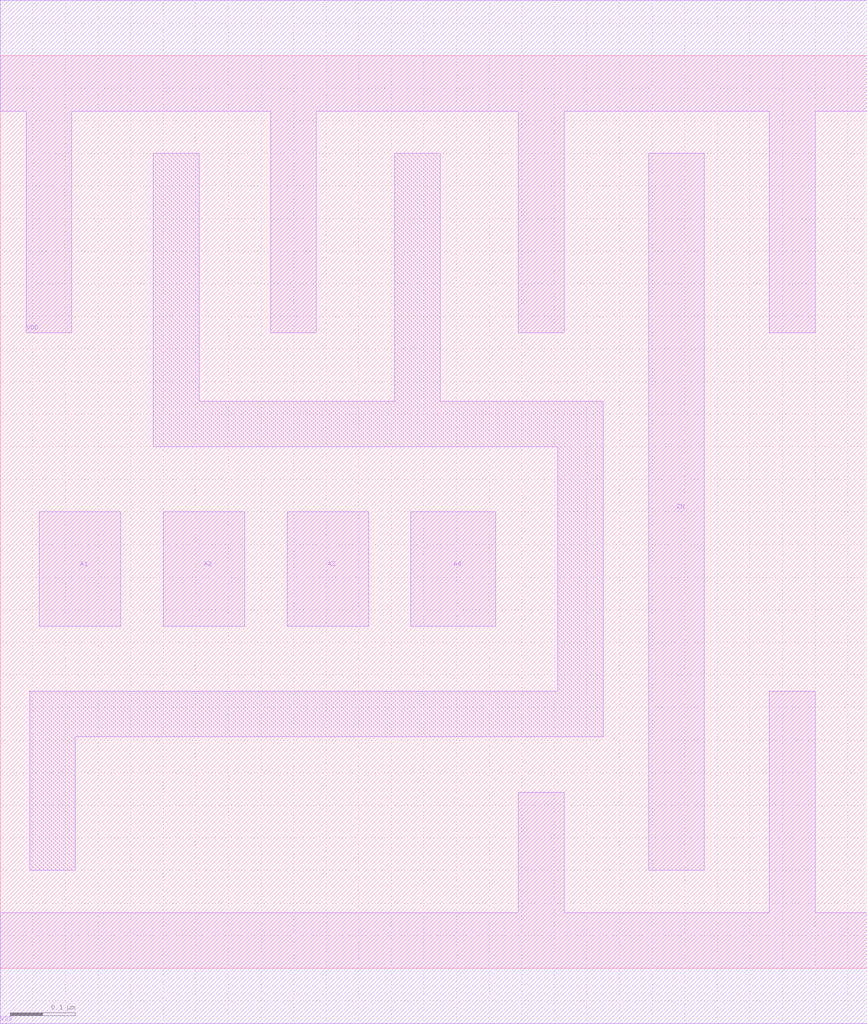
<source format=lef>
# 
# ******************************************************************************
# *                                                                            *
# *                   Copyright (C) 2004-2010, Nangate Inc.                    *
# *                           All rights reserved.                             *
# *                                                                            *
# * Nangate and the Nangate logo are trademarks of Nangate Inc.                *
# *                                                                            *
# * All trademarks, logos, software marks, and trade names (collectively the   *
# * "Marks") in this program are proprietary to Nangate or other respective    *
# * owners that have granted Nangate the right and license to use such Marks.  *
# * You are not permitted to use the Marks without the prior written consent   *
# * of Nangate or such third party that may own the Marks.                     *
# *                                                                            *
# * This file has been provided pursuant to a License Agreement containing     *
# * restrictions on its use. This file contains valuable trade secrets and     *
# * proprietary information of Nangate Inc., and is protected by U.S. and      *
# * international laws and/or treaties.                                        *
# *                                                                            *
# * The copyright notice(s) in this file does not indicate actual or intended  *
# * publication of this file.                                                  *
# *                                                                            *
# *     NGLibraryCreator, v2010.08-HR32-SP3-2010-08-05 - build 1009061800      *
# *                                                                            *
# ******************************************************************************
# 
# 
# Running on brazil06.nangate.com.br for user Giancarlo Franciscatto (gfr).
# Local time is now Fri, 3 Dec 2010, 19:32:18.
# Main process id is 27821.

VERSION 5.6 ;
BUSBITCHARS "[]" ;
DIVIDERCHAR "/" ;

MACRO AND4_X2
  CLASS core ;
  FOREIGN AND4_X2 0.0 0.0 ;
  ORIGIN 0 0 ;
  SYMMETRY X Y ;
  SITE FreePDK45_38x28_10R_NP_162NW_34O ;
  SIZE 1.33 BY 1.4 ;
  PIN A1
    DIRECTION INPUT ;
    ANTENNAPARTIALMETALAREA 0.021875 LAYER metal1 ;
    ANTENNAPARTIALMETALSIDEAREA 0.078 LAYER metal1 ;
    ANTENNAGATEAREA 0.05225 ;
    PORT
      LAYER metal1 ;
        POLYGON 0.06 0.525 0.185 0.525 0.185 0.7 0.06 0.7  ;
    END
  END A1
  PIN A2
    DIRECTION INPUT ;
    ANTENNAPARTIALMETALAREA 0.021875 LAYER metal1 ;
    ANTENNAPARTIALMETALSIDEAREA 0.078 LAYER metal1 ;
    ANTENNAGATEAREA 0.05225 ;
    PORT
      LAYER metal1 ;
        POLYGON 0.25 0.525 0.375 0.525 0.375 0.7 0.25 0.7  ;
    END
  END A2
  PIN A3
    DIRECTION INPUT ;
    ANTENNAPARTIALMETALAREA 0.021875 LAYER metal1 ;
    ANTENNAPARTIALMETALSIDEAREA 0.078 LAYER metal1 ;
    ANTENNAGATEAREA 0.05225 ;
    PORT
      LAYER metal1 ;
        POLYGON 0.44 0.525 0.565 0.525 0.565 0.7 0.44 0.7  ;
    END
  END A3
  PIN A4
    DIRECTION INPUT ;
    ANTENNAPARTIALMETALAREA 0.02275 LAYER metal1 ;
    ANTENNAPARTIALMETALSIDEAREA 0.0793 LAYER metal1 ;
    ANTENNAGATEAREA 0.05225 ;
    PORT
      LAYER metal1 ;
        POLYGON 0.63 0.525 0.76 0.525 0.76 0.7 0.63 0.7  ;
    END
  END A4
  PIN ZN
    DIRECTION OUTPUT ;
    ANTENNAPARTIALMETALAREA 0.0935 LAYER metal1 ;
    ANTENNAPARTIALMETALSIDEAREA 0.3081 LAYER metal1 ;
    ANTENNADIFFAREA 0.1463 ;
    PORT
      LAYER metal1 ;
        POLYGON 0.995 0.15 1.08 0.15 1.08 1.25 0.995 1.25  ;
    END
  END ZN
  PIN VDD
    DIRECTION INOUT ;
    USE power ;
    SHAPE ABUTMENT ;
    PORT
      LAYER metal1 ;
        POLYGON 0 1.315 0.04 1.315 0.04 0.975 0.11 0.975 0.11 1.315 0.415 1.315 0.415 0.975 0.485 0.975 0.485 1.315 0.795 1.315 0.795 0.975 0.865 0.975 0.865 1.315 0.925 1.315 1.18 1.315 1.18 0.975 1.25 0.975 1.25 1.315 1.33 1.315 1.33 1.485 0.925 1.485 0 1.485  ;
    END
  END VDD
  PIN VSS
    DIRECTION INOUT ;
    USE ground ;
    SHAPE ABUTMENT ;
    PORT
      LAYER metal1 ;
        POLYGON 0 -0.085 1.33 -0.085 1.33 0.085 1.25 0.085 1.25 0.425 1.18 0.425 1.18 0.085 0.865 0.085 0.865 0.27 0.795 0.27 0.795 0.085 0 0.085  ;
    END
  END VSS
  OBS
      LAYER metal1 ;
        POLYGON 0.235 0.8 0.855 0.8 0.855 0.425 0.045 0.425 0.045 0.15 0.115 0.15 0.115 0.355 0.925 0.355 0.925 0.87 0.675 0.87 0.675 1.25 0.605 1.25 0.605 0.87 0.305 0.87 0.305 1.25 0.235 1.25  ;
  END
END AND4_X2

END LIBRARY
#
# End of file
#

</source>
